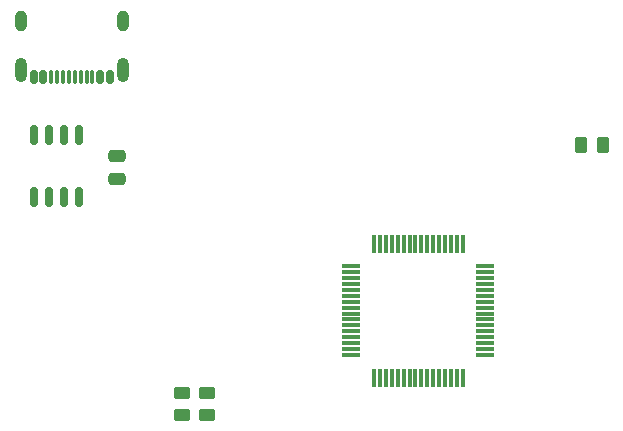
<source format=gtp>
%TF.GenerationSoftware,KiCad,Pcbnew,8.0.2*%
%TF.CreationDate,2024-05-28T15:20:42+08:00*%
%TF.ProjectId,Mini-K1-64,4d696e69-2d4b-4312-9d36-342e6b696361,rev?*%
%TF.SameCoordinates,Original*%
%TF.FileFunction,Paste,Top*%
%TF.FilePolarity,Positive*%
%FSLAX46Y46*%
G04 Gerber Fmt 4.6, Leading zero omitted, Abs format (unit mm)*
G04 Created by KiCad (PCBNEW 8.0.2) date 2024-05-28 15:20:42*
%MOMM*%
%LPD*%
G01*
G04 APERTURE LIST*
G04 Aperture macros list*
%AMRoundRect*
0 Rectangle with rounded corners*
0 $1 Rounding radius*
0 $2 $3 $4 $5 $6 $7 $8 $9 X,Y pos of 4 corners*
0 Add a 4 corners polygon primitive as box body*
4,1,4,$2,$3,$4,$5,$6,$7,$8,$9,$2,$3,0*
0 Add four circle primitives for the rounded corners*
1,1,$1+$1,$2,$3*
1,1,$1+$1,$4,$5*
1,1,$1+$1,$6,$7*
1,1,$1+$1,$8,$9*
0 Add four rect primitives between the rounded corners*
20,1,$1+$1,$2,$3,$4,$5,0*
20,1,$1+$1,$4,$5,$6,$7,0*
20,1,$1+$1,$6,$7,$8,$9,0*
20,1,$1+$1,$8,$9,$2,$3,0*%
G04 Aperture macros list end*
%ADD10RoundRect,0.250000X0.475000X-0.250000X0.475000X0.250000X-0.475000X0.250000X-0.475000X-0.250000X0*%
%ADD11RoundRect,0.250000X-0.450000X0.262500X-0.450000X-0.262500X0.450000X-0.262500X0.450000X0.262500X0*%
%ADD12RoundRect,0.150000X0.150000X0.425000X-0.150000X0.425000X-0.150000X-0.425000X0.150000X-0.425000X0*%
%ADD13RoundRect,0.075000X0.075000X0.500000X-0.075000X0.500000X-0.075000X-0.500000X0.075000X-0.500000X0*%
%ADD14O,1.000000X2.100000*%
%ADD15O,1.000000X1.800000*%
%ADD16RoundRect,0.250000X0.262500X0.450000X-0.262500X0.450000X-0.262500X-0.450000X0.262500X-0.450000X0*%
%ADD17RoundRect,0.150000X-0.150000X0.675000X-0.150000X-0.675000X0.150000X-0.675000X0.150000X0.675000X0*%
%ADD18RoundRect,0.075000X-0.700000X-0.075000X0.700000X-0.075000X0.700000X0.075000X-0.700000X0.075000X0*%
%ADD19RoundRect,0.075000X-0.075000X-0.700000X0.075000X-0.700000X0.075000X0.700000X-0.075000X0.700000X0*%
G04 APERTURE END LIST*
D10*
%TO.C,C1*%
X126729100Y-95673000D03*
X126729100Y-93773000D03*
%TD*%
D11*
%TO.C,R2*%
X134410000Y-113812500D03*
X134410000Y-115637500D03*
%TD*%
%TO.C,R3*%
X132285000Y-113812500D03*
X132285000Y-115637500D03*
%TD*%
D12*
%TO.C,J1*%
X126124100Y-87053000D03*
X125324100Y-87053000D03*
D13*
X124174100Y-87053000D03*
X123174100Y-87053000D03*
X122674100Y-87053000D03*
X121674100Y-87053000D03*
D12*
X120524100Y-87053000D03*
X119724100Y-87053000D03*
X119724100Y-87053000D03*
X120524100Y-87053000D03*
D13*
X121174100Y-87053000D03*
X122174100Y-87053000D03*
X123674100Y-87053000D03*
X124674100Y-87053000D03*
D12*
X125324100Y-87053000D03*
X126124100Y-87053000D03*
D14*
X127244100Y-86478000D03*
D15*
X127244100Y-82298000D03*
D14*
X118604100Y-86478000D03*
D15*
X118604100Y-82298000D03*
%TD*%
D16*
%TO.C,R1*%
X167872500Y-92835000D03*
X166047500Y-92835000D03*
%TD*%
D17*
%TO.C,U1*%
X123554100Y-91998000D03*
X122284100Y-91998000D03*
X121014100Y-91998000D03*
X119744100Y-91998000D03*
X119744100Y-97248000D03*
X121014100Y-97248000D03*
X122284100Y-97248000D03*
X123554100Y-97248000D03*
%TD*%
D18*
%TO.C,U2*%
X146600000Y-103075000D03*
X146600000Y-103575000D03*
X146600000Y-104075000D03*
X146600000Y-104575000D03*
X146600000Y-105075000D03*
X146600000Y-105575000D03*
X146600000Y-106075000D03*
X146600000Y-106575000D03*
X146600000Y-107075000D03*
X146600000Y-107575000D03*
X146600000Y-108075000D03*
X146600000Y-108575000D03*
X146600000Y-109075000D03*
X146600000Y-109575000D03*
X146600000Y-110075000D03*
X146600000Y-110575000D03*
D19*
X148525000Y-112500000D03*
X149025000Y-112500000D03*
X149525000Y-112500000D03*
X150025000Y-112500000D03*
X150525000Y-112500000D03*
X151025000Y-112500000D03*
X151525000Y-112500000D03*
X152025000Y-112500000D03*
X152525000Y-112500000D03*
X153025000Y-112500000D03*
X153525000Y-112500000D03*
X154025000Y-112500000D03*
X154525000Y-112500000D03*
X155025000Y-112500000D03*
X155525000Y-112500000D03*
X156025000Y-112500000D03*
D18*
X157950000Y-110575000D03*
X157950000Y-110075000D03*
X157950000Y-109575000D03*
X157950000Y-109075000D03*
X157950000Y-108575000D03*
X157950000Y-108075000D03*
X157950000Y-107575000D03*
X157950000Y-107075000D03*
X157950000Y-106575000D03*
X157950000Y-106075000D03*
X157950000Y-105575000D03*
X157950000Y-105075000D03*
X157950000Y-104575000D03*
X157950000Y-104075000D03*
X157950000Y-103575000D03*
X157950000Y-103075000D03*
D19*
X156025000Y-101150000D03*
X155525000Y-101150000D03*
X155025000Y-101150000D03*
X154525000Y-101150000D03*
X154025000Y-101150000D03*
X153525000Y-101150000D03*
X153025000Y-101150000D03*
X152525000Y-101150000D03*
X152025000Y-101150000D03*
X151525000Y-101150000D03*
X151025000Y-101150000D03*
X150525000Y-101150000D03*
X150025000Y-101150000D03*
X149525000Y-101150000D03*
X149025000Y-101150000D03*
X148525000Y-101150000D03*
%TD*%
M02*

</source>
